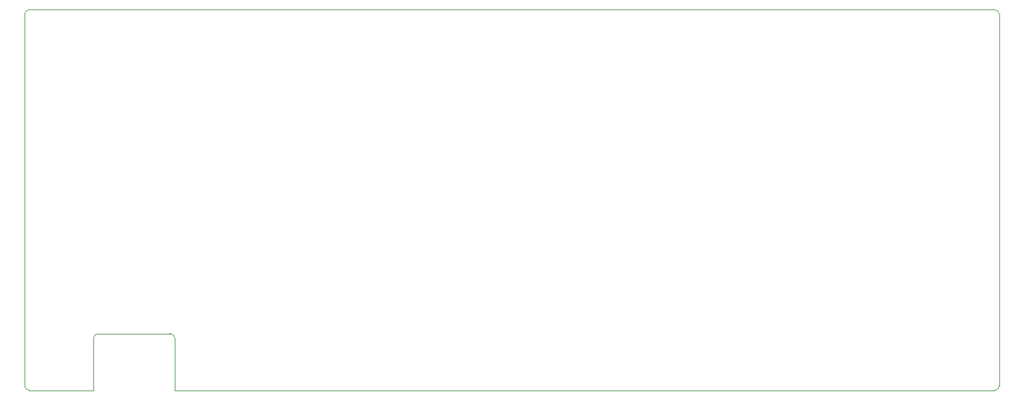
<source format=gbr>
G04 #@! TF.GenerationSoftware,KiCad,Pcbnew,5.1.4*
G04 #@! TF.CreationDate,2019-08-29T18:55:29+02:00*
G04 #@! TF.ProjectId,NixieClock,4e697869-6543-46c6-9f63-6b2e6b696361,rev?*
G04 #@! TF.SameCoordinates,Original*
G04 #@! TF.FileFunction,Profile,NP*
%FSLAX46Y46*%
G04 Gerber Fmt 4.6, Leading zero omitted, Abs format (unit mm)*
G04 Created by KiCad (PCBNEW 5.1.4) date 2019-08-29 18:55:29*
%MOMM*%
%LPD*%
G04 APERTURE LIST*
%ADD10C,0.050000*%
G04 APERTURE END LIST*
D10*
X55212000Y-100552000D02*
G75*
G02X55847000Y-101187000I0J-635000D01*
G01*
X166497000Y-107537000D02*
X166497000Y-57657000D01*
X55847000Y-101187000D02*
X55847000Y-108172000D01*
X45582000Y-100552000D02*
X55212000Y-100552000D01*
X55847000Y-108172000D02*
X165862000Y-108172000D01*
X35687000Y-57657000D02*
X35687000Y-107537000D01*
X165862000Y-57022000D02*
X36322000Y-57022000D01*
X36322000Y-108172000D02*
G75*
G02X35687000Y-107537000I0J635000D01*
G01*
X44947000Y-108172000D02*
X36322000Y-108172000D01*
X44947000Y-101187000D02*
G75*
G02X45582000Y-100552000I635000J0D01*
G01*
X166497000Y-107537000D02*
G75*
G02X165862000Y-108172000I-635000J0D01*
G01*
X35687000Y-57657000D02*
G75*
G02X36322000Y-57022000I635000J0D01*
G01*
X165862000Y-57022000D02*
G75*
G02X166497000Y-57657000I0J-635000D01*
G01*
X44947000Y-108172000D02*
X44947000Y-101187000D01*
M02*

</source>
